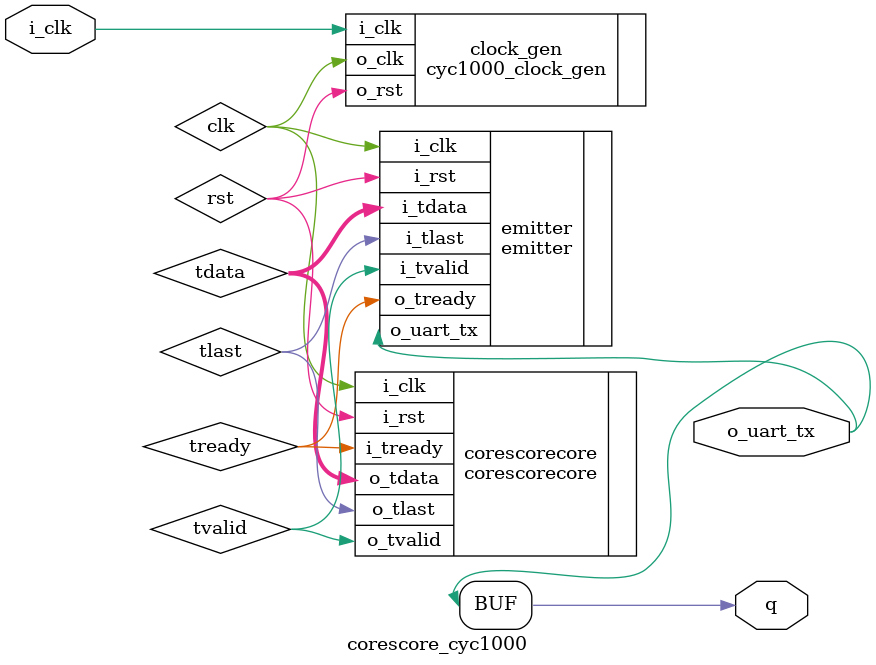
<source format=v>

`default_nettype none
module corescore_cyc1000
(
 input wire  i_clk,
 output wire q,
 output wire o_uart_tx);

   wire      clk;
   wire      rst;

   //Mirror UART output to LED
   assign q = o_uart_tx;

   cyc1000_clock_gen clock_gen
     (.i_clk (i_clk),
      .o_clk (clk),
      .o_rst (rst));

   parameter memfile_emitter = "emitter.hex";

   wire [7:0]  tdata;
   wire        tlast;
   wire        tvalid;
   wire        tready;

   corescorecore corescorecore
     (.i_clk     (clk),
      .i_rst     (rst),
      .o_tdata   (tdata),
      .o_tlast   (tlast),
      .o_tvalid  (tvalid),
      .i_tready  (tready));

   emitter #(.memfile (memfile_emitter)) emitter
     (.i_clk     (clk),
      .i_rst     (rst),
      .i_tdata   (tdata),
      .i_tlast   (tlast),
      .i_tvalid  (tvalid),
      .o_tready  (tready),
      .o_uart_tx (o_uart_tx));

endmodule

</source>
